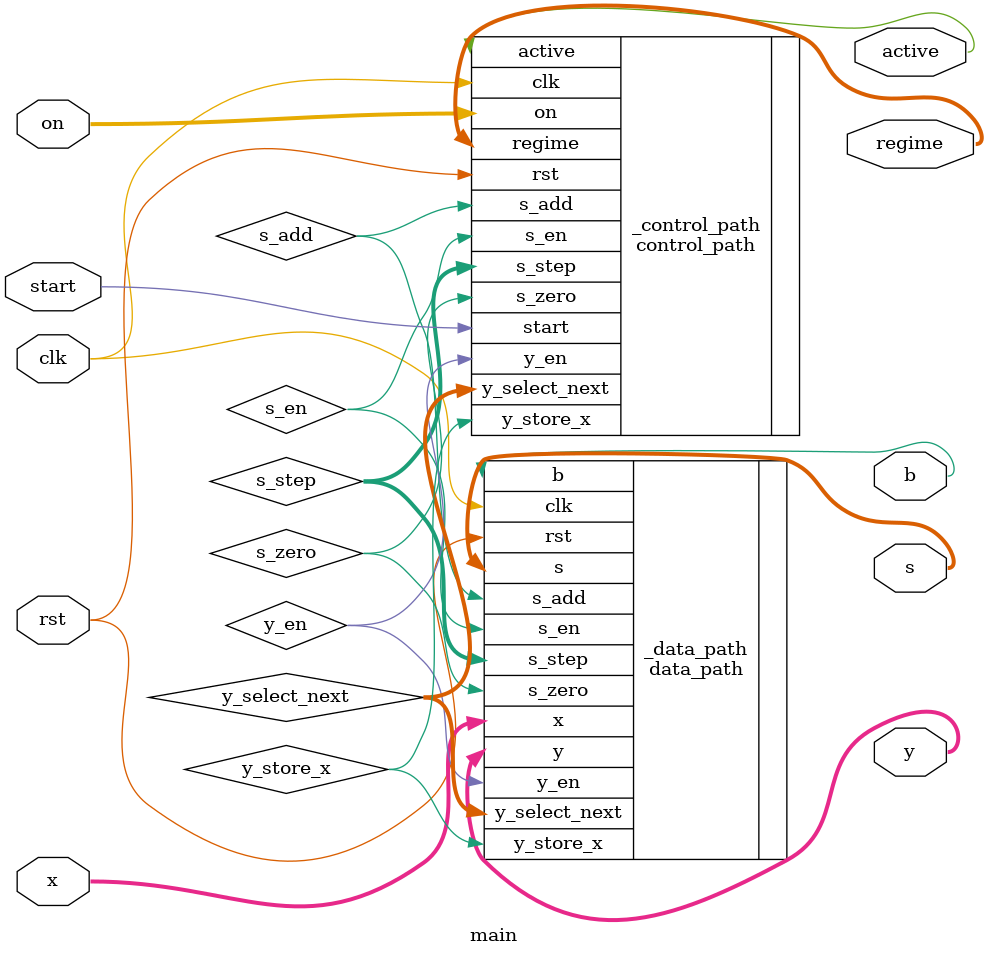
<source format=v>
module main(x, y, s, b, on, start, regime, active, clk, rst);
  input [7:0] x;
  input [1:0] on;
  input start;
  input clk, rst;
  output [7:0] y;
  output [2:0] s;
  output b, active;
  output [1:0] regime;
  
  wire [1:0] y_select_next, s_step;
  wire y_en, s_en, y_store_x, s_add, s_zero;
  
  /* ОБЪЯВЛЕНИЯ ТОЧЕК */
  
  data_path _data_path(
    // данные
    .x(x),
    .y(y),
    .s(s),
    .b(b),
    // исходное управление
    .y_select_next(y_select_next),
    .s_step(s_step),
    .y_en(y_en),
    .s_en(s_en),
    .y_store_x(y_store_x),
    .s_add(s_add),
    .s_zero(s_zero),
    // такт и сброс
    .clk(clk),
    .rst(rst)
    /* ДОБАВЛЕННЫЕ ПОРТЫ */
  );
  control_path _control_path(
    // подключения к портам схемы
    .on(on),
    .start(start),
    .regime(regime),
    .active(active),
    // подключения к портам операционного автомата
    .y_select_next(y_select_next),
    .s_step(s_step),
    .y_en(y_en),
    .s_en(s_en),
    .y_store_x(y_store_x),
    .s_add(s_add),
    .s_zero(s_zero),
    // такт и сброс
    .clk(clk),
    .rst(rst)
    /* ДОБАВЛЕННЫЕ ПОРТЫ */
  );
endmodule

</source>
